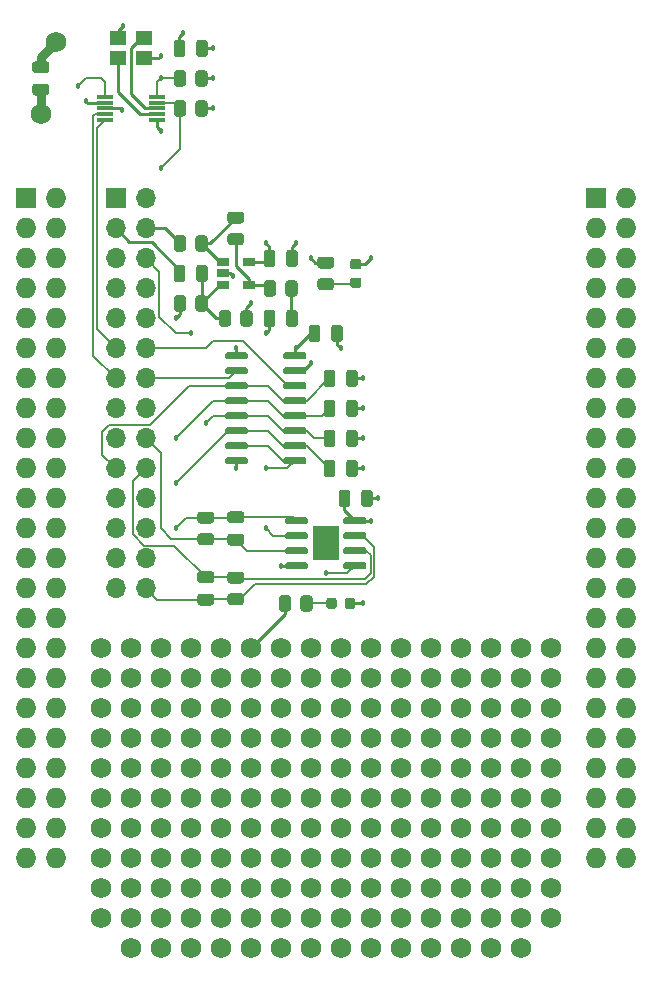
<source format=gbr>
%TF.GenerationSoftware,KiCad,Pcbnew,5.1.9-73d0e3b20d~88~ubuntu18.04.1*%
%TF.CreationDate,2021-02-18T19:04:08+11:00*%
%TF.ProjectId,bbb,6262622e-6b69-4636-9164-5f7063625858,rev?*%
%TF.SameCoordinates,Original*%
%TF.FileFunction,Copper,L1,Top*%
%TF.FilePolarity,Positive*%
%FSLAX46Y46*%
G04 Gerber Fmt 4.6, Leading zero omitted, Abs format (unit mm)*
G04 Created by KiCad (PCBNEW 5.1.9-73d0e3b20d~88~ubuntu18.04.1) date 2021-02-18 19:04:08*
%MOMM*%
%LPD*%
G01*
G04 APERTURE LIST*
%TA.AperFunction,SMDPad,CuDef*%
%ADD10R,1.060000X0.650000*%
%TD*%
%TA.AperFunction,SMDPad,CuDef*%
%ADD11R,1.400000X0.300000*%
%TD*%
%TA.AperFunction,SMDPad,CuDef*%
%ADD12R,1.400000X1.200000*%
%TD*%
%TA.AperFunction,ComponentPad*%
%ADD13R,1.727200X1.727200*%
%TD*%
%TA.AperFunction,ComponentPad*%
%ADD14O,1.727200X1.727200*%
%TD*%
%TA.AperFunction,SMDPad,CuDef*%
%ADD15R,2.290000X3.000000*%
%TD*%
%TA.AperFunction,ComponentPad*%
%ADD16R,1.700000X1.700000*%
%TD*%
%TA.AperFunction,ComponentPad*%
%ADD17O,1.700000X1.700000*%
%TD*%
%TA.AperFunction,ViaPad*%
%ADD18C,1.727200*%
%TD*%
%TA.AperFunction,ViaPad*%
%ADD19C,0.457200*%
%TD*%
%TA.AperFunction,Conductor*%
%ADD20C,0.254000*%
%TD*%
%TA.AperFunction,Conductor*%
%ADD21C,0.762000*%
%TD*%
%TA.AperFunction,Conductor*%
%ADD22C,0.127000*%
%TD*%
%TA.AperFunction,Conductor*%
%ADD23C,0.250000*%
%TD*%
G04 APERTURE END LIST*
%TO.P,C13,2*%
%TO.N,GND*%
%TA.AperFunction,SMDPad,CuDef*%
G36*
G01*
X117165100Y-52672400D02*
X118115100Y-52672400D01*
G75*
G02*
X118365100Y-52922400I0J-250000D01*
G01*
X118365100Y-53422400D01*
G75*
G02*
X118115100Y-53672400I-250000J0D01*
G01*
X117165100Y-53672400D01*
G75*
G02*
X116915100Y-53422400I0J250000D01*
G01*
X116915100Y-52922400D01*
G75*
G02*
X117165100Y-52672400I250000J0D01*
G01*
G37*
%TD.AperFunction*%
%TO.P,C13,1*%
%TO.N,+3V3*%
%TA.AperFunction,SMDPad,CuDef*%
G36*
G01*
X117165100Y-50772400D02*
X118115100Y-50772400D01*
G75*
G02*
X118365100Y-51022400I0J-250000D01*
G01*
X118365100Y-51522400D01*
G75*
G02*
X118115100Y-51772400I-250000J0D01*
G01*
X117165100Y-51772400D01*
G75*
G02*
X116915100Y-51522400I0J250000D01*
G01*
X116915100Y-51022400D01*
G75*
G02*
X117165100Y-50772400I250000J0D01*
G01*
G37*
%TD.AperFunction*%
%TD*%
%TO.P,R11,2*%
%TO.N,Net-(D2-Pad2)*%
%TA.AperFunction,SMDPad,CuDef*%
G36*
G01*
X139630100Y-97122402D02*
X139630100Y-96222398D01*
G75*
G02*
X139880098Y-95972400I249998J0D01*
G01*
X140405102Y-95972400D01*
G75*
G02*
X140655100Y-96222398I0J-249998D01*
G01*
X140655100Y-97122402D01*
G75*
G02*
X140405102Y-97372400I-249998J0D01*
G01*
X139880098Y-97372400D01*
G75*
G02*
X139630100Y-97122402I0J249998D01*
G01*
G37*
%TD.AperFunction*%
%TO.P,R11,1*%
%TO.N,LED_IN*%
%TA.AperFunction,SMDPad,CuDef*%
G36*
G01*
X137805100Y-97122402D02*
X137805100Y-96222398D01*
G75*
G02*
X138055098Y-95972400I249998J0D01*
G01*
X138580102Y-95972400D01*
G75*
G02*
X138830100Y-96222398I0J-249998D01*
G01*
X138830100Y-97122402D01*
G75*
G02*
X138580102Y-97372400I-249998J0D01*
G01*
X138055098Y-97372400D01*
G75*
G02*
X137805100Y-97122402I0J249998D01*
G01*
G37*
%TD.AperFunction*%
%TD*%
%TO.P,R10,2*%
%TO.N,Net-(D1-Pad2)*%
%TA.AperFunction,SMDPad,CuDef*%
G36*
G01*
X141320098Y-69132400D02*
X142220102Y-69132400D01*
G75*
G02*
X142470100Y-69382398I0J-249998D01*
G01*
X142470100Y-69907402D01*
G75*
G02*
X142220102Y-70157400I-249998J0D01*
G01*
X141320098Y-70157400D01*
G75*
G02*
X141070100Y-69907402I0J249998D01*
G01*
X141070100Y-69382398D01*
G75*
G02*
X141320098Y-69132400I249998J0D01*
G01*
G37*
%TD.AperFunction*%
%TO.P,R10,1*%
%TO.N,+3V3*%
%TA.AperFunction,SMDPad,CuDef*%
G36*
G01*
X141320098Y-67307400D02*
X142220102Y-67307400D01*
G75*
G02*
X142470100Y-67557398I0J-249998D01*
G01*
X142470100Y-68082402D01*
G75*
G02*
X142220102Y-68332400I-249998J0D01*
G01*
X141320098Y-68332400D01*
G75*
G02*
X141070100Y-68082402I0J249998D01*
G01*
X141070100Y-67557398D01*
G75*
G02*
X141320098Y-67307400I249998J0D01*
G01*
G37*
%TD.AperFunction*%
%TD*%
%TO.P,D2,2*%
%TO.N,Net-(D2-Pad2)*%
%TA.AperFunction,SMDPad,CuDef*%
G36*
G01*
X142690100Y-96416150D02*
X142690100Y-96928650D01*
G75*
G02*
X142471350Y-97147400I-218750J0D01*
G01*
X142033850Y-97147400D01*
G75*
G02*
X141815100Y-96928650I0J218750D01*
G01*
X141815100Y-96416150D01*
G75*
G02*
X142033850Y-96197400I218750J0D01*
G01*
X142471350Y-96197400D01*
G75*
G02*
X142690100Y-96416150I0J-218750D01*
G01*
G37*
%TD.AperFunction*%
%TO.P,D2,1*%
%TO.N,GND*%
%TA.AperFunction,SMDPad,CuDef*%
G36*
G01*
X144265100Y-96416150D02*
X144265100Y-96928650D01*
G75*
G02*
X144046350Y-97147400I-218750J0D01*
G01*
X143608850Y-97147400D01*
G75*
G02*
X143390100Y-96928650I0J218750D01*
G01*
X143390100Y-96416150D01*
G75*
G02*
X143608850Y-96197400I218750J0D01*
G01*
X144046350Y-96197400D01*
G75*
G02*
X144265100Y-96416150I0J-218750D01*
G01*
G37*
%TD.AperFunction*%
%TD*%
%TO.P,D1,2*%
%TO.N,Net-(D1-Pad2)*%
%TA.AperFunction,SMDPad,CuDef*%
G36*
G01*
X144053850Y-69082400D02*
X144566350Y-69082400D01*
G75*
G02*
X144785100Y-69301150I0J-218750D01*
G01*
X144785100Y-69738650D01*
G75*
G02*
X144566350Y-69957400I-218750J0D01*
G01*
X144053850Y-69957400D01*
G75*
G02*
X143835100Y-69738650I0J218750D01*
G01*
X143835100Y-69301150D01*
G75*
G02*
X144053850Y-69082400I218750J0D01*
G01*
G37*
%TD.AperFunction*%
%TO.P,D1,1*%
%TO.N,GND*%
%TA.AperFunction,SMDPad,CuDef*%
G36*
G01*
X144053850Y-67507400D02*
X144566350Y-67507400D01*
G75*
G02*
X144785100Y-67726150I0J-218750D01*
G01*
X144785100Y-68163650D01*
G75*
G02*
X144566350Y-68382400I-218750J0D01*
G01*
X144053850Y-68382400D01*
G75*
G02*
X143835100Y-68163650I0J218750D01*
G01*
X143835100Y-67726150D01*
G75*
G02*
X144053850Y-67507400I218750J0D01*
G01*
G37*
%TD.AperFunction*%
%TD*%
D10*
%TO.P,U1,5*%
%TO.N,+3V3*%
X135250100Y-67782400D03*
%TO.P,U1,4*%
%TO.N,Net-(R2-Pad1)*%
X135250100Y-69682400D03*
%TO.P,U1,3*%
%TO.N,Net-(C2-Pad2)*%
X133050100Y-69682400D03*
%TO.P,U1,2*%
%TO.N,GND*%
X133050100Y-68732400D03*
%TO.P,U1,1*%
%TO.N,Net-(R4-Pad1)*%
X133050100Y-67782400D03*
%TD*%
%TO.P,C2,2*%
%TO.N,Net-(C2-Pad2)*%
%TA.AperFunction,SMDPad,CuDef*%
G36*
G01*
X130790100Y-69207400D02*
X130790100Y-68257400D01*
G75*
G02*
X131040100Y-68007400I250000J0D01*
G01*
X131540100Y-68007400D01*
G75*
G02*
X131790100Y-68257400I0J-250000D01*
G01*
X131790100Y-69207400D01*
G75*
G02*
X131540100Y-69457400I-250000J0D01*
G01*
X131040100Y-69457400D01*
G75*
G02*
X130790100Y-69207400I0J250000D01*
G01*
G37*
%TD.AperFunction*%
%TO.P,C2,1*%
%TO.N,RFIN*%
%TA.AperFunction,SMDPad,CuDef*%
G36*
G01*
X128890100Y-69207400D02*
X128890100Y-68257400D01*
G75*
G02*
X129140100Y-68007400I250000J0D01*
G01*
X129640100Y-68007400D01*
G75*
G02*
X129890100Y-68257400I0J-250000D01*
G01*
X129890100Y-69207400D01*
G75*
G02*
X129640100Y-69457400I-250000J0D01*
G01*
X129140100Y-69457400D01*
G75*
G02*
X128890100Y-69207400I0J250000D01*
G01*
G37*
%TD.AperFunction*%
%TD*%
%TO.P,C1,2*%
%TO.N,Net-(C1-Pad2)*%
%TA.AperFunction,SMDPad,CuDef*%
G36*
G01*
X138410100Y-73017400D02*
X138410100Y-72067400D01*
G75*
G02*
X138660100Y-71817400I250000J0D01*
G01*
X139160100Y-71817400D01*
G75*
G02*
X139410100Y-72067400I0J-250000D01*
G01*
X139410100Y-73017400D01*
G75*
G02*
X139160100Y-73267400I-250000J0D01*
G01*
X138660100Y-73267400D01*
G75*
G02*
X138410100Y-73017400I0J250000D01*
G01*
G37*
%TD.AperFunction*%
%TO.P,C1,1*%
%TO.N,GND*%
%TA.AperFunction,SMDPad,CuDef*%
G36*
G01*
X136510100Y-73017400D02*
X136510100Y-72067400D01*
G75*
G02*
X136760100Y-71817400I250000J0D01*
G01*
X137260100Y-71817400D01*
G75*
G02*
X137510100Y-72067400I0J-250000D01*
G01*
X137510100Y-73017400D01*
G75*
G02*
X137260100Y-73267400I-250000J0D01*
G01*
X136760100Y-73267400D01*
G75*
G02*
X136510100Y-73017400I0J250000D01*
G01*
G37*
%TD.AperFunction*%
%TD*%
D11*
%TO.P,U2,1*%
%TO.N,+3V3*%
X127460100Y-55762400D03*
%TO.P,U2,2*%
%TO.N,Net-(U2-Pad2)*%
X127460100Y-55262400D03*
%TO.P,U2,3*%
%TO.N,Net-(U2-Pad3)*%
X127460100Y-54762400D03*
%TO.P,U2,4*%
%TO.N,I2C_SCL*%
X127460100Y-54262400D03*
%TO.P,U2,5*%
%TO.N,I2C_SDA*%
X127460100Y-53762400D03*
%TO.P,U2,6*%
%TO.N,CLK2*%
X123060100Y-53762400D03*
%TO.P,U2,7*%
%TO.N,+3V3*%
X123060100Y-54262400D03*
%TO.P,U2,8*%
%TO.N,GND*%
X123060100Y-54762400D03*
%TO.P,U2,9*%
%TO.N,CLK1*%
X123060100Y-55262400D03*
%TO.P,U2,10*%
%TO.N,CLK0*%
X123060100Y-55762400D03*
%TD*%
D12*
%TO.P,Y1,4*%
%TO.N,GND*%
X124160100Y-48832400D03*
%TO.P,Y1,3*%
%TO.N,Net-(U2-Pad3)*%
X126360100Y-48832400D03*
%TO.P,Y1,2*%
%TO.N,GND*%
X126360100Y-50532400D03*
%TO.P,Y1,1*%
%TO.N,Net-(U2-Pad2)*%
X124160100Y-50532400D03*
%TD*%
D13*
%TO.P,P1,1*%
%TO.N,GND*%
X164630100Y-62382400D03*
D14*
%TO.P,P1,2*%
X167170100Y-62382400D03*
%TO.P,P1,3*%
%TO.N,Net-(P1-Pad3)*%
X164630100Y-64922400D03*
%TO.P,P1,4*%
%TO.N,Net-(P1-Pad4)*%
X167170100Y-64922400D03*
%TO.P,P1,5*%
%TO.N,Net-(P1-Pad5)*%
X164630100Y-67462400D03*
%TO.P,P1,6*%
%TO.N,Net-(P1-Pad6)*%
X167170100Y-67462400D03*
%TO.P,P1,7*%
%TO.N,Net-(P1-Pad7)*%
X164630100Y-70002400D03*
%TO.P,P1,8*%
%TO.N,Net-(P1-Pad8)*%
X167170100Y-70002400D03*
%TO.P,P1,9*%
%TO.N,Net-(P1-Pad9)*%
X164630100Y-72542400D03*
%TO.P,P1,10*%
%TO.N,Net-(P1-Pad10)*%
X167170100Y-72542400D03*
%TO.P,P1,11*%
%TO.N,Net-(P1-Pad11)*%
X164630100Y-75082400D03*
%TO.P,P1,12*%
%TO.N,Net-(P1-Pad12)*%
X167170100Y-75082400D03*
%TO.P,P1,13*%
%TO.N,Net-(P1-Pad13)*%
X164630100Y-77622400D03*
%TO.P,P1,14*%
%TO.N,Net-(P1-Pad14)*%
X167170100Y-77622400D03*
%TO.P,P1,15*%
%TO.N,Net-(P1-Pad15)*%
X164630100Y-80162400D03*
%TO.P,P1,16*%
%TO.N,Net-(P1-Pad16)*%
X167170100Y-80162400D03*
%TO.P,P1,17*%
%TO.N,Net-(P1-Pad17)*%
X164630100Y-82702400D03*
%TO.P,P1,18*%
%TO.N,Net-(P1-Pad18)*%
X167170100Y-82702400D03*
%TO.P,P1,19*%
%TO.N,Net-(P1-Pad19)*%
X164630100Y-85242400D03*
%TO.P,P1,20*%
%TO.N,Net-(P1-Pad20)*%
X167170100Y-85242400D03*
%TO.P,P1,21*%
%TO.N,Net-(P1-Pad21)*%
X164630100Y-87782400D03*
%TO.P,P1,22*%
%TO.N,Net-(P1-Pad22)*%
X167170100Y-87782400D03*
%TO.P,P1,23*%
%TO.N,Net-(P1-Pad23)*%
X164630100Y-90322400D03*
%TO.P,P1,24*%
%TO.N,Net-(P1-Pad24)*%
X167170100Y-90322400D03*
%TO.P,P1,25*%
%TO.N,Net-(P1-Pad25)*%
X164630100Y-92862400D03*
%TO.P,P1,26*%
%TO.N,Net-(P1-Pad26)*%
X167170100Y-92862400D03*
%TO.P,P1,27*%
%TO.N,Net-(P1-Pad27)*%
X164630100Y-95402400D03*
%TO.P,P1,28*%
%TO.N,Net-(P1-Pad28)*%
X167170100Y-95402400D03*
%TO.P,P1,29*%
%TO.N,Net-(P1-Pad29)*%
X164630100Y-97942400D03*
%TO.P,P1,30*%
%TO.N,Net-(P1-Pad30)*%
X167170100Y-97942400D03*
%TO.P,P1,31*%
%TO.N,Net-(P1-Pad31)*%
X164630100Y-100482400D03*
%TO.P,P1,32*%
%TO.N,Net-(P1-Pad32)*%
X167170100Y-100482400D03*
%TO.P,P1,33*%
%TO.N,Net-(P1-Pad33)*%
X164630100Y-103022400D03*
%TO.P,P1,34*%
%TO.N,Net-(P1-Pad34)*%
X167170100Y-103022400D03*
%TO.P,P1,35*%
%TO.N,Net-(P1-Pad35)*%
X164630100Y-105562400D03*
%TO.P,P1,36*%
%TO.N,Net-(P1-Pad36)*%
X167170100Y-105562400D03*
%TO.P,P1,37*%
%TO.N,Net-(P1-Pad37)*%
X164630100Y-108102400D03*
%TO.P,P1,38*%
%TO.N,Net-(P1-Pad38)*%
X167170100Y-108102400D03*
%TO.P,P1,39*%
%TO.N,Net-(P1-Pad39)*%
X164630100Y-110642400D03*
%TO.P,P1,40*%
%TO.N,Net-(P1-Pad40)*%
X167170100Y-110642400D03*
%TO.P,P1,41*%
%TO.N,Net-(P1-Pad41)*%
X164630100Y-113182400D03*
%TO.P,P1,42*%
%TO.N,Net-(P1-Pad42)*%
X167170100Y-113182400D03*
%TO.P,P1,43*%
%TO.N,Net-(P1-Pad43)*%
X164630100Y-115722400D03*
%TO.P,P1,44*%
%TO.N,Net-(P1-Pad44)*%
X167170100Y-115722400D03*
%TO.P,P1,45*%
%TO.N,Net-(P1-Pad45)*%
X164630100Y-118262400D03*
%TO.P,P1,46*%
%TO.N,Net-(P1-Pad46)*%
X167170100Y-118262400D03*
%TD*%
D13*
%TO.P,P2,1*%
%TO.N,GND*%
X116370100Y-62382400D03*
D14*
%TO.P,P2,2*%
X118910100Y-62382400D03*
%TO.P,P2,3*%
%TO.N,+3V3*%
X116370100Y-64922400D03*
%TO.P,P2,4*%
X118910100Y-64922400D03*
%TO.P,P2,5*%
%TO.N,+5V*%
X116370100Y-67462400D03*
%TO.P,P2,6*%
X118910100Y-67462400D03*
%TO.P,P2,7*%
%TO.N,SYS_5V*%
X116370100Y-70002400D03*
%TO.P,P2,8*%
X118910100Y-70002400D03*
%TO.P,P2,9*%
%TO.N,PWR_BUT*%
X116370100Y-72542400D03*
%TO.P,P2,10*%
%TO.N,SYS_RESETN*%
X118910100Y-72542400D03*
%TO.P,P2,11*%
%TO.N,Net-(P2-Pad11)*%
X116370100Y-75082400D03*
%TO.P,P2,12*%
%TO.N,Net-(P2-Pad12)*%
X118910100Y-75082400D03*
%TO.P,P2,13*%
%TO.N,Net-(P2-Pad13)*%
X116370100Y-77622400D03*
%TO.P,P2,14*%
%TO.N,Net-(P2-Pad14)*%
X118910100Y-77622400D03*
%TO.P,P2,15*%
%TO.N,Net-(P2-Pad15)*%
X116370100Y-80162400D03*
%TO.P,P2,16*%
%TO.N,Net-(P2-Pad16)*%
X118910100Y-80162400D03*
%TO.P,P2,17*%
%TO.N,Net-(P2-Pad17)*%
X116370100Y-82702400D03*
%TO.P,P2,18*%
%TO.N,Net-(P2-Pad18)*%
X118910100Y-82702400D03*
%TO.P,P2,19*%
%TO.N,Net-(P2-Pad19)*%
X116370100Y-85242400D03*
%TO.P,P2,20*%
%TO.N,Net-(P2-Pad20)*%
X118910100Y-85242400D03*
%TO.P,P2,21*%
%TO.N,Net-(P2-Pad21)*%
X116370100Y-87782400D03*
%TO.P,P2,22*%
%TO.N,Net-(P2-Pad22)*%
X118910100Y-87782400D03*
%TO.P,P2,23*%
%TO.N,Net-(P2-Pad23)*%
X116370100Y-90322400D03*
%TO.P,P2,24*%
%TO.N,Net-(P2-Pad24)*%
X118910100Y-90322400D03*
%TO.P,P2,25*%
%TO.N,Net-(P2-Pad25)*%
X116370100Y-92862400D03*
%TO.P,P2,26*%
%TO.N,Net-(P2-Pad26)*%
X118910100Y-92862400D03*
%TO.P,P2,27*%
%TO.N,Net-(P2-Pad27)*%
X116370100Y-95402400D03*
%TO.P,P2,28*%
%TO.N,Net-(P2-Pad28)*%
X118910100Y-95402400D03*
%TO.P,P2,29*%
%TO.N,Net-(P2-Pad29)*%
X116370100Y-97942400D03*
%TO.P,P2,30*%
%TO.N,Net-(P2-Pad30)*%
X118910100Y-97942400D03*
%TO.P,P2,31*%
%TO.N,Net-(P2-Pad31)*%
X116370100Y-100482400D03*
%TO.P,P2,32*%
%TO.N,VDD_ADC*%
X118910100Y-100482400D03*
%TO.P,P2,33*%
%TO.N,Net-(P2-Pad33)*%
X116370100Y-103022400D03*
%TO.P,P2,34*%
%TO.N,GNDA_ADC*%
X118910100Y-103022400D03*
%TO.P,P2,35*%
%TO.N,Net-(P2-Pad35)*%
X116370100Y-105562400D03*
%TO.P,P2,36*%
%TO.N,Net-(P2-Pad36)*%
X118910100Y-105562400D03*
%TO.P,P2,37*%
%TO.N,Net-(P2-Pad37)*%
X116370100Y-108102400D03*
%TO.P,P2,38*%
%TO.N,Net-(P2-Pad38)*%
X118910100Y-108102400D03*
%TO.P,P2,39*%
%TO.N,Net-(P2-Pad39)*%
X116370100Y-110642400D03*
%TO.P,P2,40*%
%TO.N,Net-(P2-Pad40)*%
X118910100Y-110642400D03*
%TO.P,P2,41*%
%TO.N,Net-(P2-Pad41)*%
X116370100Y-113182400D03*
%TO.P,P2,42*%
%TO.N,Net-(P2-Pad42)*%
X118910100Y-113182400D03*
%TO.P,P2,43*%
%TO.N,GND*%
X116370100Y-115722400D03*
%TO.P,P2,44*%
X118910100Y-115722400D03*
%TO.P,P2,45*%
X116370100Y-118262400D03*
%TO.P,P2,46*%
X118910100Y-118262400D03*
%TD*%
%TO.P,C3,1*%
%TO.N,GND*%
%TA.AperFunction,SMDPad,CuDef*%
G36*
G01*
X139410100Y-66987400D02*
X139410100Y-67937400D01*
G75*
G02*
X139160100Y-68187400I-250000J0D01*
G01*
X138660100Y-68187400D01*
G75*
G02*
X138410100Y-67937400I0J250000D01*
G01*
X138410100Y-66987400D01*
G75*
G02*
X138660100Y-66737400I250000J0D01*
G01*
X139160100Y-66737400D01*
G75*
G02*
X139410100Y-66987400I0J-250000D01*
G01*
G37*
%TD.AperFunction*%
%TO.P,C3,2*%
%TO.N,+3V3*%
%TA.AperFunction,SMDPad,CuDef*%
G36*
G01*
X137510100Y-66987400D02*
X137510100Y-67937400D01*
G75*
G02*
X137260100Y-68187400I-250000J0D01*
G01*
X136760100Y-68187400D01*
G75*
G02*
X136510100Y-67937400I0J250000D01*
G01*
X136510100Y-66987400D01*
G75*
G02*
X136760100Y-66737400I250000J0D01*
G01*
X137260100Y-66737400D01*
G75*
G02*
X137510100Y-66987400I0J-250000D01*
G01*
G37*
%TD.AperFunction*%
%TD*%
%TO.P,C4,1*%
%TO.N,+3V3*%
%TA.AperFunction,SMDPad,CuDef*%
G36*
G01*
X131790100Y-49207400D02*
X131790100Y-50157400D01*
G75*
G02*
X131540100Y-50407400I-250000J0D01*
G01*
X131040100Y-50407400D01*
G75*
G02*
X130790100Y-50157400I0J250000D01*
G01*
X130790100Y-49207400D01*
G75*
G02*
X131040100Y-48957400I250000J0D01*
G01*
X131540100Y-48957400D01*
G75*
G02*
X131790100Y-49207400I0J-250000D01*
G01*
G37*
%TD.AperFunction*%
%TO.P,C4,2*%
%TO.N,GND*%
%TA.AperFunction,SMDPad,CuDef*%
G36*
G01*
X129890100Y-49207400D02*
X129890100Y-50157400D01*
G75*
G02*
X129640100Y-50407400I-250000J0D01*
G01*
X129140100Y-50407400D01*
G75*
G02*
X128890100Y-50157400I0J250000D01*
G01*
X128890100Y-49207400D01*
G75*
G02*
X129140100Y-48957400I250000J0D01*
G01*
X129640100Y-48957400D01*
G75*
G02*
X129890100Y-49207400I0J-250000D01*
G01*
G37*
%TD.AperFunction*%
%TD*%
%TO.P,C5,2*%
%TO.N,GND*%
%TA.AperFunction,SMDPad,CuDef*%
G36*
G01*
X142220100Y-74287400D02*
X142220100Y-73337400D01*
G75*
G02*
X142470100Y-73087400I250000J0D01*
G01*
X142970100Y-73087400D01*
G75*
G02*
X143220100Y-73337400I0J-250000D01*
G01*
X143220100Y-74287400D01*
G75*
G02*
X142970100Y-74537400I-250000J0D01*
G01*
X142470100Y-74537400D01*
G75*
G02*
X142220100Y-74287400I0J250000D01*
G01*
G37*
%TD.AperFunction*%
%TO.P,C5,1*%
%TO.N,+3V3*%
%TA.AperFunction,SMDPad,CuDef*%
G36*
G01*
X140320100Y-74287400D02*
X140320100Y-73337400D01*
G75*
G02*
X140570100Y-73087400I250000J0D01*
G01*
X141070100Y-73087400D01*
G75*
G02*
X141320100Y-73337400I0J-250000D01*
G01*
X141320100Y-74287400D01*
G75*
G02*
X141070100Y-74537400I-250000J0D01*
G01*
X140570100Y-74537400D01*
G75*
G02*
X140320100Y-74287400I0J250000D01*
G01*
G37*
%TD.AperFunction*%
%TD*%
%TO.P,C6,2*%
%TO.N,GND*%
%TA.AperFunction,SMDPad,CuDef*%
G36*
G01*
X143490100Y-80637400D02*
X143490100Y-79687400D01*
G75*
G02*
X143740100Y-79437400I250000J0D01*
G01*
X144240100Y-79437400D01*
G75*
G02*
X144490100Y-79687400I0J-250000D01*
G01*
X144490100Y-80637400D01*
G75*
G02*
X144240100Y-80887400I-250000J0D01*
G01*
X143740100Y-80887400D01*
G75*
G02*
X143490100Y-80637400I0J250000D01*
G01*
G37*
%TD.AperFunction*%
%TO.P,C6,1*%
%TO.N,MIXQ-*%
%TA.AperFunction,SMDPad,CuDef*%
G36*
G01*
X141590100Y-80637400D02*
X141590100Y-79687400D01*
G75*
G02*
X141840100Y-79437400I250000J0D01*
G01*
X142340100Y-79437400D01*
G75*
G02*
X142590100Y-79687400I0J-250000D01*
G01*
X142590100Y-80637400D01*
G75*
G02*
X142340100Y-80887400I-250000J0D01*
G01*
X141840100Y-80887400D01*
G75*
G02*
X141590100Y-80637400I0J250000D01*
G01*
G37*
%TD.AperFunction*%
%TD*%
%TO.P,C7,1*%
%TO.N,MIXI+*%
%TA.AperFunction,SMDPad,CuDef*%
G36*
G01*
X141590100Y-83177400D02*
X141590100Y-82227400D01*
G75*
G02*
X141840100Y-81977400I250000J0D01*
G01*
X142340100Y-81977400D01*
G75*
G02*
X142590100Y-82227400I0J-250000D01*
G01*
X142590100Y-83177400D01*
G75*
G02*
X142340100Y-83427400I-250000J0D01*
G01*
X141840100Y-83427400D01*
G75*
G02*
X141590100Y-83177400I0J250000D01*
G01*
G37*
%TD.AperFunction*%
%TO.P,C7,2*%
%TO.N,GND*%
%TA.AperFunction,SMDPad,CuDef*%
G36*
G01*
X143490100Y-83177400D02*
X143490100Y-82227400D01*
G75*
G02*
X143740100Y-81977400I250000J0D01*
G01*
X144240100Y-81977400D01*
G75*
G02*
X144490100Y-82227400I0J-250000D01*
G01*
X144490100Y-83177400D01*
G75*
G02*
X144240100Y-83427400I-250000J0D01*
G01*
X143740100Y-83427400D01*
G75*
G02*
X143490100Y-83177400I0J250000D01*
G01*
G37*
%TD.AperFunction*%
%TD*%
%TO.P,C8,2*%
%TO.N,GND*%
%TA.AperFunction,SMDPad,CuDef*%
G36*
G01*
X143490100Y-85717400D02*
X143490100Y-84767400D01*
G75*
G02*
X143740100Y-84517400I250000J0D01*
G01*
X144240100Y-84517400D01*
G75*
G02*
X144490100Y-84767400I0J-250000D01*
G01*
X144490100Y-85717400D01*
G75*
G02*
X144240100Y-85967400I-250000J0D01*
G01*
X143740100Y-85967400D01*
G75*
G02*
X143490100Y-85717400I0J250000D01*
G01*
G37*
%TD.AperFunction*%
%TO.P,C8,1*%
%TO.N,MIXQ+*%
%TA.AperFunction,SMDPad,CuDef*%
G36*
G01*
X141590100Y-85717400D02*
X141590100Y-84767400D01*
G75*
G02*
X141840100Y-84517400I250000J0D01*
G01*
X142340100Y-84517400D01*
G75*
G02*
X142590100Y-84767400I0J-250000D01*
G01*
X142590100Y-85717400D01*
G75*
G02*
X142340100Y-85967400I-250000J0D01*
G01*
X141840100Y-85967400D01*
G75*
G02*
X141590100Y-85717400I0J250000D01*
G01*
G37*
%TD.AperFunction*%
%TD*%
%TO.P,C9,2*%
%TO.N,GND*%
%TA.AperFunction,SMDPad,CuDef*%
G36*
G01*
X144760100Y-88257400D02*
X144760100Y-87307400D01*
G75*
G02*
X145010100Y-87057400I250000J0D01*
G01*
X145510100Y-87057400D01*
G75*
G02*
X145760100Y-87307400I0J-250000D01*
G01*
X145760100Y-88257400D01*
G75*
G02*
X145510100Y-88507400I-250000J0D01*
G01*
X145010100Y-88507400D01*
G75*
G02*
X144760100Y-88257400I0J250000D01*
G01*
G37*
%TD.AperFunction*%
%TO.P,C9,1*%
%TO.N,+3V3*%
%TA.AperFunction,SMDPad,CuDef*%
G36*
G01*
X142860100Y-88257400D02*
X142860100Y-87307400D01*
G75*
G02*
X143110100Y-87057400I250000J0D01*
G01*
X143610100Y-87057400D01*
G75*
G02*
X143860100Y-87307400I0J-250000D01*
G01*
X143860100Y-88257400D01*
G75*
G02*
X143610100Y-88507400I-250000J0D01*
G01*
X143110100Y-88507400D01*
G75*
G02*
X142860100Y-88257400I0J250000D01*
G01*
G37*
%TD.AperFunction*%
%TD*%
%TO.P,C10,1*%
%TO.N,MIXI-*%
%TA.AperFunction,SMDPad,CuDef*%
G36*
G01*
X141590100Y-78097400D02*
X141590100Y-77147400D01*
G75*
G02*
X141840100Y-76897400I250000J0D01*
G01*
X142340100Y-76897400D01*
G75*
G02*
X142590100Y-77147400I0J-250000D01*
G01*
X142590100Y-78097400D01*
G75*
G02*
X142340100Y-78347400I-250000J0D01*
G01*
X141840100Y-78347400D01*
G75*
G02*
X141590100Y-78097400I0J250000D01*
G01*
G37*
%TD.AperFunction*%
%TO.P,C10,2*%
%TO.N,GND*%
%TA.AperFunction,SMDPad,CuDef*%
G36*
G01*
X143490100Y-78097400D02*
X143490100Y-77147400D01*
G75*
G02*
X143740100Y-76897400I250000J0D01*
G01*
X144240100Y-76897400D01*
G75*
G02*
X144490100Y-77147400I0J-250000D01*
G01*
X144490100Y-78097400D01*
G75*
G02*
X144240100Y-78347400I-250000J0D01*
G01*
X143740100Y-78347400D01*
G75*
G02*
X143490100Y-78097400I0J250000D01*
G01*
G37*
%TD.AperFunction*%
%TD*%
%TO.P,C11,2*%
%TO.N,I+*%
%TA.AperFunction,SMDPad,CuDef*%
G36*
G01*
X133675100Y-90772400D02*
X134625100Y-90772400D01*
G75*
G02*
X134875100Y-91022400I0J-250000D01*
G01*
X134875100Y-91522400D01*
G75*
G02*
X134625100Y-91772400I-250000J0D01*
G01*
X133675100Y-91772400D01*
G75*
G02*
X133425100Y-91522400I0J250000D01*
G01*
X133425100Y-91022400D01*
G75*
G02*
X133675100Y-90772400I250000J0D01*
G01*
G37*
%TD.AperFunction*%
%TO.P,C11,1*%
%TO.N,Iout*%
%TA.AperFunction,SMDPad,CuDef*%
G36*
G01*
X133675100Y-88872400D02*
X134625100Y-88872400D01*
G75*
G02*
X134875100Y-89122400I0J-250000D01*
G01*
X134875100Y-89622400D01*
G75*
G02*
X134625100Y-89872400I-250000J0D01*
G01*
X133675100Y-89872400D01*
G75*
G02*
X133425100Y-89622400I0J250000D01*
G01*
X133425100Y-89122400D01*
G75*
G02*
X133675100Y-88872400I250000J0D01*
G01*
G37*
%TD.AperFunction*%
%TD*%
%TO.P,C12,1*%
%TO.N,Qout*%
%TA.AperFunction,SMDPad,CuDef*%
G36*
G01*
X132085100Y-96852400D02*
X131135100Y-96852400D01*
G75*
G02*
X130885100Y-96602400I0J250000D01*
G01*
X130885100Y-96102400D01*
G75*
G02*
X131135100Y-95852400I250000J0D01*
G01*
X132085100Y-95852400D01*
G75*
G02*
X132335100Y-96102400I0J-250000D01*
G01*
X132335100Y-96602400D01*
G75*
G02*
X132085100Y-96852400I-250000J0D01*
G01*
G37*
%TD.AperFunction*%
%TO.P,C12,2*%
%TO.N,I-*%
%TA.AperFunction,SMDPad,CuDef*%
G36*
G01*
X132085100Y-94952400D02*
X131135100Y-94952400D01*
G75*
G02*
X130885100Y-94702400I0J250000D01*
G01*
X130885100Y-94202400D01*
G75*
G02*
X131135100Y-93952400I250000J0D01*
G01*
X132085100Y-93952400D01*
G75*
G02*
X132335100Y-94202400I0J-250000D01*
G01*
X132335100Y-94702400D01*
G75*
G02*
X132085100Y-94952400I-250000J0D01*
G01*
G37*
%TD.AperFunction*%
%TD*%
%TO.P,R1,1*%
%TO.N,GND*%
%TA.AperFunction,SMDPad,CuDef*%
G36*
G01*
X135575100Y-72092398D02*
X135575100Y-72992402D01*
G75*
G02*
X135325102Y-73242400I-249998J0D01*
G01*
X134800098Y-73242400D01*
G75*
G02*
X134550100Y-72992402I0J249998D01*
G01*
X134550100Y-72092398D01*
G75*
G02*
X134800098Y-71842400I249998J0D01*
G01*
X135325102Y-71842400D01*
G75*
G02*
X135575100Y-72092398I0J-249998D01*
G01*
G37*
%TD.AperFunction*%
%TO.P,R1,2*%
%TO.N,Net-(C2-Pad2)*%
%TA.AperFunction,SMDPad,CuDef*%
G36*
G01*
X133750100Y-72092398D02*
X133750100Y-72992402D01*
G75*
G02*
X133500102Y-73242400I-249998J0D01*
G01*
X132975098Y-73242400D01*
G75*
G02*
X132725100Y-72992402I0J249998D01*
G01*
X132725100Y-72092398D01*
G75*
G02*
X132975098Y-71842400I249998J0D01*
G01*
X133500102Y-71842400D01*
G75*
G02*
X133750100Y-72092398I0J-249998D01*
G01*
G37*
%TD.AperFunction*%
%TD*%
%TO.P,R2,1*%
%TO.N,Net-(R2-Pad1)*%
%TA.AperFunction,SMDPad,CuDef*%
G36*
G01*
X136535100Y-70452402D02*
X136535100Y-69552398D01*
G75*
G02*
X136785098Y-69302400I249998J0D01*
G01*
X137310102Y-69302400D01*
G75*
G02*
X137560100Y-69552398I0J-249998D01*
G01*
X137560100Y-70452402D01*
G75*
G02*
X137310102Y-70702400I-249998J0D01*
G01*
X136785098Y-70702400D01*
G75*
G02*
X136535100Y-70452402I0J249998D01*
G01*
G37*
%TD.AperFunction*%
%TO.P,R2,2*%
%TO.N,Net-(C1-Pad2)*%
%TA.AperFunction,SMDPad,CuDef*%
G36*
G01*
X138360100Y-70452402D02*
X138360100Y-69552398D01*
G75*
G02*
X138610098Y-69302400I249998J0D01*
G01*
X139135102Y-69302400D01*
G75*
G02*
X139385100Y-69552398I0J-249998D01*
G01*
X139385100Y-70452402D01*
G75*
G02*
X139135102Y-70702400I-249998J0D01*
G01*
X138610098Y-70702400D01*
G75*
G02*
X138360100Y-70452402I0J249998D01*
G01*
G37*
%TD.AperFunction*%
%TD*%
%TO.P,R3,2*%
%TO.N,+3V3*%
%TA.AperFunction,SMDPad,CuDef*%
G36*
G01*
X129940100Y-70822398D02*
X129940100Y-71722402D01*
G75*
G02*
X129690102Y-71972400I-249998J0D01*
G01*
X129165098Y-71972400D01*
G75*
G02*
X128915100Y-71722402I0J249998D01*
G01*
X128915100Y-70822398D01*
G75*
G02*
X129165098Y-70572400I249998J0D01*
G01*
X129690102Y-70572400D01*
G75*
G02*
X129940100Y-70822398I0J-249998D01*
G01*
G37*
%TD.AperFunction*%
%TO.P,R3,1*%
%TO.N,Net-(C2-Pad2)*%
%TA.AperFunction,SMDPad,CuDef*%
G36*
G01*
X131765100Y-70822398D02*
X131765100Y-71722402D01*
G75*
G02*
X131515102Y-71972400I-249998J0D01*
G01*
X130990098Y-71972400D01*
G75*
G02*
X130740100Y-71722402I0J249998D01*
G01*
X130740100Y-70822398D01*
G75*
G02*
X130990098Y-70572400I249998J0D01*
G01*
X131515102Y-70572400D01*
G75*
G02*
X131765100Y-70822398I0J-249998D01*
G01*
G37*
%TD.AperFunction*%
%TD*%
%TO.P,R4,1*%
%TO.N,Net-(R4-Pad1)*%
%TA.AperFunction,SMDPad,CuDef*%
G36*
G01*
X133700098Y-63497400D02*
X134600102Y-63497400D01*
G75*
G02*
X134850100Y-63747398I0J-249998D01*
G01*
X134850100Y-64272402D01*
G75*
G02*
X134600102Y-64522400I-249998J0D01*
G01*
X133700098Y-64522400D01*
G75*
G02*
X133450100Y-64272402I0J249998D01*
G01*
X133450100Y-63747398D01*
G75*
G02*
X133700098Y-63497400I249998J0D01*
G01*
G37*
%TD.AperFunction*%
%TO.P,R4,2*%
%TO.N,Net-(R2-Pad1)*%
%TA.AperFunction,SMDPad,CuDef*%
G36*
G01*
X133700098Y-65322400D02*
X134600102Y-65322400D01*
G75*
G02*
X134850100Y-65572398I0J-249998D01*
G01*
X134850100Y-66097402D01*
G75*
G02*
X134600102Y-66347400I-249998J0D01*
G01*
X133700098Y-66347400D01*
G75*
G02*
X133450100Y-66097402I0J249998D01*
G01*
X133450100Y-65572398D01*
G75*
G02*
X133700098Y-65322400I249998J0D01*
G01*
G37*
%TD.AperFunction*%
%TD*%
%TO.P,R5,1*%
%TO.N,I2C_SCL*%
%TA.AperFunction,SMDPad,CuDef*%
G36*
G01*
X128915100Y-55212402D02*
X128915100Y-54312398D01*
G75*
G02*
X129165098Y-54062400I249998J0D01*
G01*
X129690102Y-54062400D01*
G75*
G02*
X129940100Y-54312398I0J-249998D01*
G01*
X129940100Y-55212402D01*
G75*
G02*
X129690102Y-55462400I-249998J0D01*
G01*
X129165098Y-55462400D01*
G75*
G02*
X128915100Y-55212402I0J249998D01*
G01*
G37*
%TD.AperFunction*%
%TO.P,R5,2*%
%TO.N,+3V3*%
%TA.AperFunction,SMDPad,CuDef*%
G36*
G01*
X130740100Y-55212402D02*
X130740100Y-54312398D01*
G75*
G02*
X130990098Y-54062400I249998J0D01*
G01*
X131515102Y-54062400D01*
G75*
G02*
X131765100Y-54312398I0J-249998D01*
G01*
X131765100Y-55212402D01*
G75*
G02*
X131515102Y-55462400I-249998J0D01*
G01*
X130990098Y-55462400D01*
G75*
G02*
X130740100Y-55212402I0J249998D01*
G01*
G37*
%TD.AperFunction*%
%TD*%
%TO.P,R6,2*%
%TO.N,+3V3*%
%TA.AperFunction,SMDPad,CuDef*%
G36*
G01*
X130740100Y-52672402D02*
X130740100Y-51772398D01*
G75*
G02*
X130990098Y-51522400I249998J0D01*
G01*
X131515102Y-51522400D01*
G75*
G02*
X131765100Y-51772398I0J-249998D01*
G01*
X131765100Y-52672402D01*
G75*
G02*
X131515102Y-52922400I-249998J0D01*
G01*
X130990098Y-52922400D01*
G75*
G02*
X130740100Y-52672402I0J249998D01*
G01*
G37*
%TD.AperFunction*%
%TO.P,R6,1*%
%TO.N,I2C_SDA*%
%TA.AperFunction,SMDPad,CuDef*%
G36*
G01*
X128915100Y-52672402D02*
X128915100Y-51772398D01*
G75*
G02*
X129165098Y-51522400I249998J0D01*
G01*
X129690102Y-51522400D01*
G75*
G02*
X129940100Y-51772398I0J-249998D01*
G01*
X129940100Y-52672402D01*
G75*
G02*
X129690102Y-52922400I-249998J0D01*
G01*
X129165098Y-52922400D01*
G75*
G02*
X128915100Y-52672402I0J249998D01*
G01*
G37*
%TD.AperFunction*%
%TD*%
%TO.P,R7,2*%
%TO.N,Net-(R4-Pad1)*%
%TA.AperFunction,SMDPad,CuDef*%
G36*
G01*
X130740100Y-66642402D02*
X130740100Y-65742398D01*
G75*
G02*
X130990098Y-65492400I249998J0D01*
G01*
X131515102Y-65492400D01*
G75*
G02*
X131765100Y-65742398I0J-249998D01*
G01*
X131765100Y-66642402D01*
G75*
G02*
X131515102Y-66892400I-249998J0D01*
G01*
X130990098Y-66892400D01*
G75*
G02*
X130740100Y-66642402I0J249998D01*
G01*
G37*
%TD.AperFunction*%
%TO.P,R7,1*%
%TO.N,RFOUT*%
%TA.AperFunction,SMDPad,CuDef*%
G36*
G01*
X128915100Y-66642402D02*
X128915100Y-65742398D01*
G75*
G02*
X129165098Y-65492400I249998J0D01*
G01*
X129690102Y-65492400D01*
G75*
G02*
X129940100Y-65742398I0J-249998D01*
G01*
X129940100Y-66642402D01*
G75*
G02*
X129690102Y-66892400I-249998J0D01*
G01*
X129165098Y-66892400D01*
G75*
G02*
X128915100Y-66642402I0J249998D01*
G01*
G37*
%TD.AperFunction*%
%TD*%
%TO.P,R8,2*%
%TO.N,I+*%
%TA.AperFunction,SMDPad,CuDef*%
G36*
G01*
X131160098Y-90722400D02*
X132060102Y-90722400D01*
G75*
G02*
X132310100Y-90972398I0J-249998D01*
G01*
X132310100Y-91497402D01*
G75*
G02*
X132060102Y-91747400I-249998J0D01*
G01*
X131160098Y-91747400D01*
G75*
G02*
X130910100Y-91497402I0J249998D01*
G01*
X130910100Y-90972398D01*
G75*
G02*
X131160098Y-90722400I249998J0D01*
G01*
G37*
%TD.AperFunction*%
%TO.P,R8,1*%
%TO.N,Iout*%
%TA.AperFunction,SMDPad,CuDef*%
G36*
G01*
X131160098Y-88897400D02*
X132060102Y-88897400D01*
G75*
G02*
X132310100Y-89147398I0J-249998D01*
G01*
X132310100Y-89672402D01*
G75*
G02*
X132060102Y-89922400I-249998J0D01*
G01*
X131160098Y-89922400D01*
G75*
G02*
X130910100Y-89672402I0J249998D01*
G01*
X130910100Y-89147398D01*
G75*
G02*
X131160098Y-88897400I249998J0D01*
G01*
G37*
%TD.AperFunction*%
%TD*%
%TO.P,R9,1*%
%TO.N,Qout*%
%TA.AperFunction,SMDPad,CuDef*%
G36*
G01*
X134600102Y-96827400D02*
X133700098Y-96827400D01*
G75*
G02*
X133450100Y-96577402I0J249998D01*
G01*
X133450100Y-96052398D01*
G75*
G02*
X133700098Y-95802400I249998J0D01*
G01*
X134600102Y-95802400D01*
G75*
G02*
X134850100Y-96052398I0J-249998D01*
G01*
X134850100Y-96577402D01*
G75*
G02*
X134600102Y-96827400I-249998J0D01*
G01*
G37*
%TD.AperFunction*%
%TO.P,R9,2*%
%TO.N,I-*%
%TA.AperFunction,SMDPad,CuDef*%
G36*
G01*
X134600102Y-95002400D02*
X133700098Y-95002400D01*
G75*
G02*
X133450100Y-94752402I0J249998D01*
G01*
X133450100Y-94227398D01*
G75*
G02*
X133700098Y-93977400I249998J0D01*
G01*
X134600102Y-93977400D01*
G75*
G02*
X134850100Y-94227398I0J-249998D01*
G01*
X134850100Y-94752402D01*
G75*
G02*
X134600102Y-95002400I-249998J0D01*
G01*
G37*
%TD.AperFunction*%
%TD*%
%TO.P,U3,1*%
%TO.N,GND*%
%TA.AperFunction,SMDPad,CuDef*%
G36*
G01*
X133240100Y-75867400D02*
X133240100Y-75567400D01*
G75*
G02*
X133390100Y-75417400I150000J0D01*
G01*
X135040100Y-75417400D01*
G75*
G02*
X135190100Y-75567400I0J-150000D01*
G01*
X135190100Y-75867400D01*
G75*
G02*
X135040100Y-76017400I-150000J0D01*
G01*
X133390100Y-76017400D01*
G75*
G02*
X133240100Y-75867400I0J150000D01*
G01*
G37*
%TD.AperFunction*%
%TO.P,U3,2*%
%TO.N,MIXCLK90*%
%TA.AperFunction,SMDPad,CuDef*%
G36*
G01*
X133240100Y-77137400D02*
X133240100Y-76837400D01*
G75*
G02*
X133390100Y-76687400I150000J0D01*
G01*
X135040100Y-76687400D01*
G75*
G02*
X135190100Y-76837400I0J-150000D01*
G01*
X135190100Y-77137400D01*
G75*
G02*
X135040100Y-77287400I-150000J0D01*
G01*
X133390100Y-77287400D01*
G75*
G02*
X133240100Y-77137400I0J150000D01*
G01*
G37*
%TD.AperFunction*%
%TO.P,U3,3*%
%TO.N,MIXI-*%
%TA.AperFunction,SMDPad,CuDef*%
G36*
G01*
X133240100Y-78407400D02*
X133240100Y-78107400D01*
G75*
G02*
X133390100Y-77957400I150000J0D01*
G01*
X135040100Y-77957400D01*
G75*
G02*
X135190100Y-78107400I0J-150000D01*
G01*
X135190100Y-78407400D01*
G75*
G02*
X135040100Y-78557400I-150000J0D01*
G01*
X133390100Y-78557400D01*
G75*
G02*
X133240100Y-78407400I0J150000D01*
G01*
G37*
%TD.AperFunction*%
%TO.P,U3,4*%
%TO.N,MIXQ-*%
%TA.AperFunction,SMDPad,CuDef*%
G36*
G01*
X133240100Y-79677400D02*
X133240100Y-79377400D01*
G75*
G02*
X133390100Y-79227400I150000J0D01*
G01*
X135040100Y-79227400D01*
G75*
G02*
X135190100Y-79377400I0J-150000D01*
G01*
X135190100Y-79677400D01*
G75*
G02*
X135040100Y-79827400I-150000J0D01*
G01*
X133390100Y-79827400D01*
G75*
G02*
X133240100Y-79677400I0J150000D01*
G01*
G37*
%TD.AperFunction*%
%TO.P,U3,5*%
%TO.N,MIXI+*%
%TA.AperFunction,SMDPad,CuDef*%
G36*
G01*
X133240100Y-80947400D02*
X133240100Y-80647400D01*
G75*
G02*
X133390100Y-80497400I150000J0D01*
G01*
X135040100Y-80497400D01*
G75*
G02*
X135190100Y-80647400I0J-150000D01*
G01*
X135190100Y-80947400D01*
G75*
G02*
X135040100Y-81097400I-150000J0D01*
G01*
X133390100Y-81097400D01*
G75*
G02*
X133240100Y-80947400I0J150000D01*
G01*
G37*
%TD.AperFunction*%
%TO.P,U3,6*%
%TO.N,MIXQ+*%
%TA.AperFunction,SMDPad,CuDef*%
G36*
G01*
X133240100Y-82217400D02*
X133240100Y-81917400D01*
G75*
G02*
X133390100Y-81767400I150000J0D01*
G01*
X135040100Y-81767400D01*
G75*
G02*
X135190100Y-81917400I0J-150000D01*
G01*
X135190100Y-82217400D01*
G75*
G02*
X135040100Y-82367400I-150000J0D01*
G01*
X133390100Y-82367400D01*
G75*
G02*
X133240100Y-82217400I0J150000D01*
G01*
G37*
%TD.AperFunction*%
%TO.P,U3,7*%
%TO.N,MIXIN*%
%TA.AperFunction,SMDPad,CuDef*%
G36*
G01*
X133240100Y-83487400D02*
X133240100Y-83187400D01*
G75*
G02*
X133390100Y-83037400I150000J0D01*
G01*
X135040100Y-83037400D01*
G75*
G02*
X135190100Y-83187400I0J-150000D01*
G01*
X135190100Y-83487400D01*
G75*
G02*
X135040100Y-83637400I-150000J0D01*
G01*
X133390100Y-83637400D01*
G75*
G02*
X133240100Y-83487400I0J150000D01*
G01*
G37*
%TD.AperFunction*%
%TO.P,U3,8*%
%TO.N,GND*%
%TA.AperFunction,SMDPad,CuDef*%
G36*
G01*
X133240100Y-84757400D02*
X133240100Y-84457400D01*
G75*
G02*
X133390100Y-84307400I150000J0D01*
G01*
X135040100Y-84307400D01*
G75*
G02*
X135190100Y-84457400I0J-150000D01*
G01*
X135190100Y-84757400D01*
G75*
G02*
X135040100Y-84907400I-150000J0D01*
G01*
X133390100Y-84907400D01*
G75*
G02*
X133240100Y-84757400I0J150000D01*
G01*
G37*
%TD.AperFunction*%
%TO.P,U3,9*%
%TO.N,MIXIN*%
%TA.AperFunction,SMDPad,CuDef*%
G36*
G01*
X138190100Y-84757400D02*
X138190100Y-84457400D01*
G75*
G02*
X138340100Y-84307400I150000J0D01*
G01*
X139990100Y-84307400D01*
G75*
G02*
X140140100Y-84457400I0J-150000D01*
G01*
X140140100Y-84757400D01*
G75*
G02*
X139990100Y-84907400I-150000J0D01*
G01*
X138340100Y-84907400D01*
G75*
G02*
X138190100Y-84757400I0J150000D01*
G01*
G37*
%TD.AperFunction*%
%TO.P,U3,10*%
%TO.N,MIXQ+*%
%TA.AperFunction,SMDPad,CuDef*%
G36*
G01*
X138190100Y-83487400D02*
X138190100Y-83187400D01*
G75*
G02*
X138340100Y-83037400I150000J0D01*
G01*
X139990100Y-83037400D01*
G75*
G02*
X140140100Y-83187400I0J-150000D01*
G01*
X140140100Y-83487400D01*
G75*
G02*
X139990100Y-83637400I-150000J0D01*
G01*
X138340100Y-83637400D01*
G75*
G02*
X138190100Y-83487400I0J150000D01*
G01*
G37*
%TD.AperFunction*%
%TO.P,U3,11*%
%TO.N,MIXI+*%
%TA.AperFunction,SMDPad,CuDef*%
G36*
G01*
X138190100Y-82217400D02*
X138190100Y-81917400D01*
G75*
G02*
X138340100Y-81767400I150000J0D01*
G01*
X139990100Y-81767400D01*
G75*
G02*
X140140100Y-81917400I0J-150000D01*
G01*
X140140100Y-82217400D01*
G75*
G02*
X139990100Y-82367400I-150000J0D01*
G01*
X138340100Y-82367400D01*
G75*
G02*
X138190100Y-82217400I0J150000D01*
G01*
G37*
%TD.AperFunction*%
%TO.P,U3,12*%
%TO.N,MIXQ-*%
%TA.AperFunction,SMDPad,CuDef*%
G36*
G01*
X138190100Y-80947400D02*
X138190100Y-80647400D01*
G75*
G02*
X138340100Y-80497400I150000J0D01*
G01*
X139990100Y-80497400D01*
G75*
G02*
X140140100Y-80647400I0J-150000D01*
G01*
X140140100Y-80947400D01*
G75*
G02*
X139990100Y-81097400I-150000J0D01*
G01*
X138340100Y-81097400D01*
G75*
G02*
X138190100Y-80947400I0J150000D01*
G01*
G37*
%TD.AperFunction*%
%TO.P,U3,13*%
%TO.N,MIXI-*%
%TA.AperFunction,SMDPad,CuDef*%
G36*
G01*
X138190100Y-79677400D02*
X138190100Y-79377400D01*
G75*
G02*
X138340100Y-79227400I150000J0D01*
G01*
X139990100Y-79227400D01*
G75*
G02*
X140140100Y-79377400I0J-150000D01*
G01*
X140140100Y-79677400D01*
G75*
G02*
X139990100Y-79827400I-150000J0D01*
G01*
X138340100Y-79827400D01*
G75*
G02*
X138190100Y-79677400I0J150000D01*
G01*
G37*
%TD.AperFunction*%
%TO.P,U3,14*%
%TO.N,MIXCLK0*%
%TA.AperFunction,SMDPad,CuDef*%
G36*
G01*
X138190100Y-78407400D02*
X138190100Y-78107400D01*
G75*
G02*
X138340100Y-77957400I150000J0D01*
G01*
X139990100Y-77957400D01*
G75*
G02*
X140140100Y-78107400I0J-150000D01*
G01*
X140140100Y-78407400D01*
G75*
G02*
X139990100Y-78557400I-150000J0D01*
G01*
X138340100Y-78557400D01*
G75*
G02*
X138190100Y-78407400I0J150000D01*
G01*
G37*
%TD.AperFunction*%
%TO.P,U3,15*%
%TO.N,GND*%
%TA.AperFunction,SMDPad,CuDef*%
G36*
G01*
X138190100Y-77137400D02*
X138190100Y-76837400D01*
G75*
G02*
X138340100Y-76687400I150000J0D01*
G01*
X139990100Y-76687400D01*
G75*
G02*
X140140100Y-76837400I0J-150000D01*
G01*
X140140100Y-77137400D01*
G75*
G02*
X139990100Y-77287400I-150000J0D01*
G01*
X138340100Y-77287400D01*
G75*
G02*
X138190100Y-77137400I0J150000D01*
G01*
G37*
%TD.AperFunction*%
%TO.P,U3,16*%
%TO.N,+3V3*%
%TA.AperFunction,SMDPad,CuDef*%
G36*
G01*
X138190100Y-75867400D02*
X138190100Y-75567400D01*
G75*
G02*
X138340100Y-75417400I150000J0D01*
G01*
X139990100Y-75417400D01*
G75*
G02*
X140140100Y-75567400I0J-150000D01*
G01*
X140140100Y-75867400D01*
G75*
G02*
X139990100Y-76017400I-150000J0D01*
G01*
X138340100Y-76017400D01*
G75*
G02*
X138190100Y-75867400I0J150000D01*
G01*
G37*
%TD.AperFunction*%
%TD*%
%TO.P,U4,1*%
%TO.N,Iout*%
%TA.AperFunction,SMDPad,CuDef*%
G36*
G01*
X138320100Y-89837400D02*
X138320100Y-89537400D01*
G75*
G02*
X138470100Y-89387400I150000J0D01*
G01*
X140120100Y-89387400D01*
G75*
G02*
X140270100Y-89537400I0J-150000D01*
G01*
X140270100Y-89837400D01*
G75*
G02*
X140120100Y-89987400I-150000J0D01*
G01*
X138470100Y-89987400D01*
G75*
G02*
X138320100Y-89837400I0J150000D01*
G01*
G37*
%TD.AperFunction*%
%TO.P,U4,2*%
%TO.N,Q-*%
%TA.AperFunction,SMDPad,CuDef*%
G36*
G01*
X138320100Y-91107400D02*
X138320100Y-90807400D01*
G75*
G02*
X138470100Y-90657400I150000J0D01*
G01*
X140120100Y-90657400D01*
G75*
G02*
X140270100Y-90807400I0J-150000D01*
G01*
X140270100Y-91107400D01*
G75*
G02*
X140120100Y-91257400I-150000J0D01*
G01*
X138470100Y-91257400D01*
G75*
G02*
X138320100Y-91107400I0J150000D01*
G01*
G37*
%TD.AperFunction*%
%TO.P,U4,3*%
%TO.N,I+*%
%TA.AperFunction,SMDPad,CuDef*%
G36*
G01*
X138320100Y-92377400D02*
X138320100Y-92077400D01*
G75*
G02*
X138470100Y-91927400I150000J0D01*
G01*
X140120100Y-91927400D01*
G75*
G02*
X140270100Y-92077400I0J-150000D01*
G01*
X140270100Y-92377400D01*
G75*
G02*
X140120100Y-92527400I-150000J0D01*
G01*
X138470100Y-92527400D01*
G75*
G02*
X138320100Y-92377400I0J150000D01*
G01*
G37*
%TD.AperFunction*%
%TO.P,U4,4*%
%TO.N,GND*%
%TA.AperFunction,SMDPad,CuDef*%
G36*
G01*
X138320100Y-93647400D02*
X138320100Y-93347400D01*
G75*
G02*
X138470100Y-93197400I150000J0D01*
G01*
X140120100Y-93197400D01*
G75*
G02*
X140270100Y-93347400I0J-150000D01*
G01*
X140270100Y-93647400D01*
G75*
G02*
X140120100Y-93797400I-150000J0D01*
G01*
X138470100Y-93797400D01*
G75*
G02*
X138320100Y-93647400I0J150000D01*
G01*
G37*
%TD.AperFunction*%
%TO.P,U4,5*%
%TO.N,Q+*%
%TA.AperFunction,SMDPad,CuDef*%
G36*
G01*
X143270100Y-93647400D02*
X143270100Y-93347400D01*
G75*
G02*
X143420100Y-93197400I150000J0D01*
G01*
X145070100Y-93197400D01*
G75*
G02*
X145220100Y-93347400I0J-150000D01*
G01*
X145220100Y-93647400D01*
G75*
G02*
X145070100Y-93797400I-150000J0D01*
G01*
X143420100Y-93797400D01*
G75*
G02*
X143270100Y-93647400I0J150000D01*
G01*
G37*
%TD.AperFunction*%
%TO.P,U4,6*%
%TO.N,I-*%
%TA.AperFunction,SMDPad,CuDef*%
G36*
G01*
X143270100Y-92377400D02*
X143270100Y-92077400D01*
G75*
G02*
X143420100Y-91927400I150000J0D01*
G01*
X145070100Y-91927400D01*
G75*
G02*
X145220100Y-92077400I0J-150000D01*
G01*
X145220100Y-92377400D01*
G75*
G02*
X145070100Y-92527400I-150000J0D01*
G01*
X143420100Y-92527400D01*
G75*
G02*
X143270100Y-92377400I0J150000D01*
G01*
G37*
%TD.AperFunction*%
%TO.P,U4,7*%
%TO.N,Qout*%
%TA.AperFunction,SMDPad,CuDef*%
G36*
G01*
X143270100Y-91107400D02*
X143270100Y-90807400D01*
G75*
G02*
X143420100Y-90657400I150000J0D01*
G01*
X145070100Y-90657400D01*
G75*
G02*
X145220100Y-90807400I0J-150000D01*
G01*
X145220100Y-91107400D01*
G75*
G02*
X145070100Y-91257400I-150000J0D01*
G01*
X143420100Y-91257400D01*
G75*
G02*
X143270100Y-91107400I0J150000D01*
G01*
G37*
%TD.AperFunction*%
%TO.P,U4,8*%
%TO.N,+3V3*%
%TA.AperFunction,SMDPad,CuDef*%
G36*
G01*
X143270100Y-89837400D02*
X143270100Y-89537400D01*
G75*
G02*
X143420100Y-89387400I150000J0D01*
G01*
X145070100Y-89387400D01*
G75*
G02*
X145220100Y-89537400I0J-150000D01*
G01*
X145220100Y-89837400D01*
G75*
G02*
X145070100Y-89987400I-150000J0D01*
G01*
X143420100Y-89987400D01*
G75*
G02*
X143270100Y-89837400I0J150000D01*
G01*
G37*
%TD.AperFunction*%
D15*
%TO.P,U4,9*%
%TO.N,N/C*%
X141770100Y-91592400D03*
%TD*%
D16*
%TO.P,J1,1*%
%TO.N,GND*%
X123990100Y-62382400D03*
D17*
%TO.P,J1,2*%
%TO.N,+3V3*%
X126530100Y-62382400D03*
%TO.P,J1,3*%
%TO.N,RFIN*%
X123990100Y-64922400D03*
%TO.P,J1,4*%
%TO.N,RFOUT*%
X126530100Y-64922400D03*
%TO.P,J1,5*%
%TO.N,P5_MIXIN*%
X123990100Y-67462400D03*
%TO.P,J1,6*%
%TO.N,MIXIN*%
X126530100Y-67462400D03*
%TO.P,J1,7*%
%TO.N,P7_SCL*%
X123990100Y-70002400D03*
%TO.P,J1,8*%
%TO.N,I2C_SCL*%
X126530100Y-70002400D03*
%TO.P,J1,9*%
%TO.N,P9_SDA*%
X123990100Y-72542400D03*
%TO.P,J1,10*%
%TO.N,I2C_SDA*%
X126530100Y-72542400D03*
%TO.P,J1,11*%
%TO.N,CLK0*%
X123990100Y-75082400D03*
%TO.P,J1,12*%
%TO.N,MIXCLK0*%
X126530100Y-75082400D03*
%TO.P,J1,13*%
%TO.N,CLK1*%
X123990100Y-77622400D03*
%TO.P,J1,14*%
%TO.N,MIXCLK90*%
X126530100Y-77622400D03*
%TO.P,J1,15*%
%TO.N,CLK2*%
X123990100Y-80162400D03*
%TO.P,J1,16*%
%TO.N,GND*%
X126530100Y-80162400D03*
%TO.P,J1,17*%
%TO.N,MIXI+*%
X123990100Y-82702400D03*
%TO.P,J1,18*%
%TO.N,I+*%
X126530100Y-82702400D03*
%TO.P,J1,19*%
%TO.N,MIXI-*%
X123990100Y-85242400D03*
%TO.P,J1,20*%
%TO.N,I-*%
X126530100Y-85242400D03*
%TO.P,J1,21*%
%TO.N,MIXQ+*%
X123990100Y-87782400D03*
%TO.P,J1,22*%
%TO.N,Q+*%
X126530100Y-87782400D03*
%TO.P,J1,23*%
%TO.N,MIXQ-*%
X123990100Y-90322400D03*
%TO.P,J1,24*%
%TO.N,Q-*%
X126530100Y-90322400D03*
%TO.P,J1,25*%
%TO.N,P21_Iout*%
X123990100Y-92862400D03*
%TO.P,J1,26*%
%TO.N,Iout*%
X126530100Y-92862400D03*
%TO.P,J1,27*%
%TO.N,P23_Qout*%
X123990100Y-95402400D03*
%TO.P,J1,28*%
%TO.N,Qout*%
X126530100Y-95402400D03*
%TD*%
D18*
%TO.N,*%
X122720100Y-100482400D03*
X125260100Y-100482400D03*
X130340100Y-100482400D03*
X127800100Y-100482400D03*
X137960100Y-100482400D03*
X140500100Y-100482400D03*
X132880100Y-100482400D03*
X150660100Y-100482400D03*
X145580100Y-100482400D03*
X143040100Y-100482400D03*
X148120100Y-100482400D03*
X158280100Y-100482400D03*
X160820100Y-100482400D03*
X155740100Y-100482400D03*
X153200100Y-100482400D03*
X153200100Y-103022400D03*
X127800100Y-103022400D03*
X155740100Y-103022400D03*
X160820100Y-103022400D03*
X158280100Y-103022400D03*
X130340100Y-103022400D03*
X148120100Y-103022400D03*
X140500100Y-103022400D03*
X150660100Y-103022400D03*
X135420100Y-103022400D03*
X145580100Y-103022400D03*
X132880100Y-103022400D03*
X125260100Y-103022400D03*
X143040100Y-103022400D03*
X122720100Y-103022400D03*
X137960100Y-103022400D03*
X122720100Y-105562400D03*
X145580100Y-105562400D03*
X160820100Y-105562400D03*
X148120100Y-105562400D03*
X150660100Y-105562400D03*
X140500100Y-105562400D03*
X137960100Y-105562400D03*
X127800100Y-105562400D03*
X143040100Y-105562400D03*
X130340100Y-105562400D03*
X125260100Y-105562400D03*
X155740100Y-105562400D03*
X158280100Y-105562400D03*
X132880100Y-105562400D03*
X153200100Y-105562400D03*
X135420100Y-105562400D03*
X135420100Y-108102400D03*
X155740100Y-108102400D03*
X145580100Y-108102400D03*
X132880100Y-108102400D03*
X148120100Y-108102400D03*
X158280100Y-108102400D03*
X153200100Y-108102400D03*
X137960100Y-108102400D03*
X150660100Y-108102400D03*
X127800100Y-108102400D03*
X130340100Y-108102400D03*
X143040100Y-108102400D03*
X122720100Y-108102400D03*
X160820100Y-108102400D03*
X140500100Y-108102400D03*
X125260100Y-108102400D03*
X145580100Y-110642400D03*
X127800100Y-110642400D03*
X135420100Y-110642400D03*
X158280100Y-110642400D03*
X140500100Y-110642400D03*
X137960100Y-110642400D03*
X125260100Y-110642400D03*
X150660100Y-110642400D03*
X132880100Y-110642400D03*
X143040100Y-110642400D03*
X155740100Y-110642400D03*
X160820100Y-110642400D03*
X130340100Y-110642400D03*
X122720100Y-110642400D03*
X148120100Y-110642400D03*
X153200100Y-110642400D03*
X125260100Y-113182400D03*
X155740100Y-113182400D03*
X150660100Y-113182400D03*
X130340100Y-113182400D03*
X127800100Y-113182400D03*
X140500100Y-113182400D03*
X160820100Y-113182400D03*
X143040100Y-113182400D03*
X132880100Y-113182400D03*
X158280100Y-113182400D03*
X135420100Y-113182400D03*
X122720100Y-113182400D03*
X145580100Y-113182400D03*
X153200100Y-113182400D03*
X148120100Y-113182400D03*
X137960100Y-113182400D03*
X135420100Y-115722400D03*
X148120100Y-115722400D03*
X155740100Y-115722400D03*
X137960100Y-115722400D03*
X143040100Y-115722400D03*
X122720100Y-115722400D03*
X130340100Y-115722400D03*
X140500100Y-115722400D03*
X160820100Y-115722400D03*
X150660100Y-115722400D03*
X132880100Y-115722400D03*
X127800100Y-115722400D03*
X153200100Y-115722400D03*
X145580100Y-115722400D03*
X125260100Y-115722400D03*
X158280100Y-115722400D03*
X125260100Y-118262400D03*
X122720100Y-118262400D03*
X160820100Y-118262400D03*
X158280100Y-118262400D03*
X153200100Y-118262400D03*
X150660100Y-118262400D03*
X132880100Y-118262400D03*
X148120100Y-118262400D03*
X135420100Y-118262400D03*
X130340100Y-118262400D03*
X145580100Y-118262400D03*
X155740100Y-118262400D03*
X143040100Y-118262400D03*
X140500100Y-118262400D03*
X137960100Y-118262400D03*
X127800100Y-118262400D03*
X155740100Y-120802400D03*
X143040100Y-120802400D03*
X137960100Y-120802400D03*
X153200100Y-120802400D03*
X130340100Y-120802400D03*
X150660100Y-120802400D03*
X140500100Y-120802400D03*
X135420100Y-120802400D03*
X145580100Y-120802400D03*
X160820100Y-120802400D03*
X158280100Y-120802400D03*
X122720100Y-120802400D03*
X127800100Y-120802400D03*
X125260100Y-120802400D03*
X148120100Y-120802400D03*
X132880100Y-120802400D03*
X125260100Y-123342400D03*
X148120100Y-123342400D03*
X153200100Y-123342400D03*
X158280100Y-123342400D03*
X140500100Y-123342400D03*
X150660100Y-123342400D03*
X130340100Y-123342400D03*
X127800100Y-123342400D03*
X135420100Y-123342400D03*
X160820100Y-123342400D03*
X122720100Y-123342400D03*
X143040100Y-123342400D03*
X137960100Y-123342400D03*
X155740100Y-123342400D03*
X132880100Y-123342400D03*
X145580100Y-123342400D03*
X145580100Y-125882400D03*
X150660100Y-125882400D03*
X143040100Y-125882400D03*
X153200100Y-125882400D03*
X155740100Y-125882400D03*
X140500100Y-125882400D03*
X148120100Y-125882400D03*
X130340100Y-125882400D03*
X125260100Y-125882400D03*
X127800100Y-125882400D03*
X132880100Y-125882400D03*
X135420100Y-125882400D03*
X158280100Y-125882400D03*
X137960100Y-125882400D03*
%TO.N,+3V3*%
X118910100Y-49174400D03*
D19*
X136690100Y-66192400D03*
X140500100Y-67462400D03*
X129070100Y-72542400D03*
X139230100Y-75082400D03*
X145580100Y-89687400D03*
X132245100Y-54762400D03*
X132245100Y-52222400D03*
X132245100Y-49682400D03*
X127800100Y-56667400D03*
X121450100Y-54127400D03*
D18*
%TO.N,GND*%
X117640100Y-55270400D03*
D19*
X139230100Y-66192400D03*
X133910791Y-68971709D03*
X135420100Y-71272400D03*
X136690100Y-73812400D03*
X134150100Y-75082400D03*
X134150100Y-85242400D03*
X140500100Y-76352400D03*
X143040100Y-75082400D03*
X145580100Y-67462400D03*
X146215100Y-87782400D03*
X144945100Y-85242400D03*
X144945100Y-82702400D03*
X144945100Y-80162400D03*
X144945100Y-77622400D03*
X144945100Y-96672400D03*
X137960100Y-93497400D03*
X129705100Y-48412400D03*
X127800100Y-50317400D03*
X124625100Y-47777400D03*
X124510790Y-54876710D03*
%TO.N,Q+*%
X141770100Y-94132400D03*
%TO.N,Iout*%
X129070100Y-90322400D03*
%TO.N,MIXIN*%
X136690100Y-85242400D03*
X130340100Y-73812400D03*
%TO.N,I2C_SCL*%
X127800100Y-59842400D03*
%TO.N,I2C_SDA*%
X127800100Y-52222400D03*
%TO.N,CLK2*%
X120815100Y-52857400D03*
%TO.N,MIXI+*%
X131610100Y-81432400D03*
%TO.N,MIXQ+*%
X129070100Y-86512400D03*
%TO.N,MIXQ-*%
X129070100Y-82702400D03*
%TO.N,Q-*%
X136690100Y-90322400D03*
D18*
%TO.N,LED_IN*%
X135420100Y-100482400D03*
%TD*%
D20*
%TO.N,+3V3*%
X143360100Y-88802400D02*
X144245100Y-89687400D01*
X143360100Y-87782400D02*
X143360100Y-88802400D01*
X137010100Y-67462400D02*
X137010100Y-66512400D01*
X137010100Y-66512400D02*
X136690100Y-66192400D01*
X136690100Y-67782400D02*
X137010100Y-67462400D01*
X135250100Y-67782400D02*
X136690100Y-67782400D01*
X141770100Y-67819900D02*
X140857600Y-67819900D01*
X140857600Y-67819900D02*
X140500100Y-67462400D01*
X129427600Y-71272400D02*
X129427600Y-72184900D01*
X129427600Y-72184900D02*
X129070100Y-72542400D01*
X139165100Y-75717400D02*
X139165100Y-75147400D01*
X139165100Y-75147400D02*
X139230100Y-75082400D01*
X140500100Y-73812400D02*
X139230100Y-75082400D01*
X140820100Y-73812400D02*
X140500100Y-73812400D01*
X144245100Y-89687400D02*
X145580100Y-89687400D01*
X131252600Y-54762400D02*
X132245100Y-54762400D01*
X131252600Y-52222400D02*
X132245100Y-52222400D01*
X131290100Y-49682400D02*
X132245100Y-49682400D01*
X127460100Y-55762400D02*
X127460100Y-56327400D01*
X127460100Y-56327400D02*
X127800100Y-56667400D01*
X123060100Y-54262400D02*
X121585100Y-54262400D01*
X121585100Y-54262400D02*
X121450100Y-54127400D01*
D21*
X117640100Y-50444400D02*
X118910100Y-49174400D01*
X117640100Y-51272400D02*
X117640100Y-50444400D01*
D20*
%TO.N,GND*%
X136652600Y-72184900D02*
X137010100Y-72542400D01*
X138910100Y-67929900D02*
X138910100Y-67462400D01*
X138910100Y-67462400D02*
X138910100Y-66512400D01*
X138910100Y-66512400D02*
X139230100Y-66192400D01*
X133050100Y-68732400D02*
X133671482Y-68732400D01*
X133671482Y-68732400D02*
X133910791Y-68971709D01*
X135062600Y-72542400D02*
X135062600Y-71629900D01*
X135062600Y-71629900D02*
X135420100Y-71272400D01*
X137010100Y-72542400D02*
X137010100Y-73492400D01*
X137010100Y-73492400D02*
X136690100Y-73812400D01*
X134215100Y-75717400D02*
X134215100Y-75147400D01*
X134215100Y-75147400D02*
X134150100Y-75082400D01*
X134215100Y-84607400D02*
X134215100Y-85177400D01*
X134215100Y-85177400D02*
X134150100Y-85242400D01*
X139165100Y-76987400D02*
X139865100Y-76987400D01*
X139865100Y-76987400D02*
X140500100Y-76352400D01*
X142720100Y-73812400D02*
X142720100Y-74762400D01*
X142720100Y-74762400D02*
X143040100Y-75082400D01*
X144310100Y-67944900D02*
X145097600Y-67944900D01*
X145097600Y-67944900D02*
X145580100Y-67462400D01*
X145260100Y-87782400D02*
X146215100Y-87782400D01*
X143990100Y-85242400D02*
X144945100Y-85242400D01*
X143990100Y-82702400D02*
X144945100Y-82702400D01*
X143990100Y-80162400D02*
X144945100Y-80162400D01*
X143990100Y-77622400D02*
X144945100Y-77622400D01*
X143827600Y-96672400D02*
X144945100Y-96672400D01*
X139295100Y-93497400D02*
X137960100Y-93497400D01*
X129390100Y-49682400D02*
X129390100Y-48727400D01*
X129390100Y-48727400D02*
X129705100Y-48412400D01*
X126360100Y-50532400D02*
X127585100Y-50532400D01*
X127585100Y-50532400D02*
X127800100Y-50317400D01*
X124160100Y-48832400D02*
X124160100Y-48242400D01*
X124160100Y-48242400D02*
X124625100Y-47777400D01*
X123060100Y-54762400D02*
X124396480Y-54762400D01*
X124396480Y-54762400D02*
X124510790Y-54876710D01*
D21*
X117640100Y-53172400D02*
X117640100Y-55270400D01*
D22*
%TO.N,Net-(C1-Pad2)*%
X138872600Y-72504900D02*
X138910100Y-72542400D01*
D20*
X138872600Y-70002400D02*
X138872600Y-72504900D01*
%TO.N,Net-(C2-Pad2)*%
X131290100Y-68732400D02*
X131290100Y-71234900D01*
X132522600Y-72542400D02*
X131252600Y-71272400D01*
X133237600Y-72542400D02*
X132522600Y-72542400D01*
X132842600Y-69682400D02*
X131252600Y-71272400D01*
X133050100Y-69682400D02*
X132842600Y-69682400D01*
%TO.N,RFIN*%
X123990100Y-64922400D02*
X125119501Y-66051801D01*
X125119501Y-66051801D02*
X127024501Y-66051801D01*
X129390100Y-68417400D02*
X129390100Y-68732400D01*
X127024501Y-66051801D02*
X129390100Y-68417400D01*
D22*
%TO.N,Q+*%
X144245100Y-93497400D02*
X143610100Y-94132400D01*
X143610100Y-94132400D02*
X141770100Y-94132400D01*
%TO.N,I+*%
X126530100Y-82702400D02*
X127800100Y-83972400D01*
X131610100Y-91234900D02*
X128712600Y-91234900D01*
X127800100Y-90322400D02*
X127800100Y-83972400D01*
X128712600Y-91234900D02*
X127800100Y-90322400D01*
X134112600Y-91234900D02*
X134150100Y-91272400D01*
X131610100Y-91234900D02*
X134112600Y-91234900D01*
X135105100Y-92227400D02*
X139295100Y-92227400D01*
X134150100Y-91272400D02*
X135105100Y-92227400D01*
%TO.N,Iout*%
X129982600Y-89409900D02*
X129070100Y-90322400D01*
X131610100Y-89409900D02*
X129982600Y-89409900D01*
X134112600Y-89409900D02*
X134150100Y-89372400D01*
X131610100Y-89409900D02*
X134112600Y-89409900D01*
X138980100Y-89372400D02*
X139295100Y-89687400D01*
X134150100Y-89372400D02*
X138980100Y-89372400D01*
%TO.N,Qout*%
X131647600Y-96314900D02*
X131610100Y-96352400D01*
X134150100Y-96314900D02*
X131647600Y-96314900D01*
X127480100Y-96352400D02*
X126530100Y-95402400D01*
X131610100Y-96352400D02*
X127480100Y-96352400D01*
X144245100Y-90957400D02*
X144945100Y-90957400D01*
X145859510Y-91871810D02*
X145859510Y-94407990D01*
X144945100Y-90957400D02*
X145859510Y-91871810D01*
X134150100Y-96314900D02*
X134507600Y-96314900D01*
X135777600Y-95044900D02*
X145222600Y-95044900D01*
X145859510Y-94407990D02*
X145222600Y-95044900D01*
X134507600Y-96314900D02*
X135777600Y-95044900D01*
D20*
%TO.N,RFOUT*%
X128157600Y-64922400D02*
X129427600Y-66192400D01*
X126530100Y-64922400D02*
X128157600Y-64922400D01*
D22*
%TO.N,MIXIN*%
X136920100Y-83337400D02*
X134215100Y-83337400D01*
X138190100Y-84607400D02*
X136920100Y-83337400D01*
X139165100Y-84607400D02*
X138190100Y-84607400D01*
X126530100Y-67462400D02*
X127659501Y-68591801D01*
X127659501Y-68591801D02*
X127659501Y-72401801D01*
X138530100Y-85242400D02*
X139165100Y-84607400D01*
X136690100Y-85242400D02*
X138530100Y-85242400D01*
X127659501Y-72401801D02*
X129070100Y-73812400D01*
X129070100Y-73812400D02*
X130340100Y-73812400D01*
%TO.N,I2C_SCL*%
X128927600Y-54262400D02*
X129427600Y-54762400D01*
X127460100Y-54262400D02*
X128927600Y-54262400D01*
X129427600Y-58214900D02*
X129070100Y-58572400D01*
X129427600Y-54762400D02*
X129427600Y-58214900D01*
X127800100Y-59842400D02*
X129070100Y-58572400D01*
D23*
%TO.N,I2C_SDA*%
X127460100Y-53762400D02*
X127887600Y-53762400D01*
D22*
X129070100Y-52222400D02*
X129248850Y-52401150D01*
X129427600Y-52222400D02*
X127800100Y-52222400D01*
X127460100Y-52562400D02*
X127800100Y-52222400D01*
X127460100Y-53762400D02*
X127460100Y-52562400D01*
%TO.N,CLK0*%
X122365090Y-56457410D02*
X122365090Y-73457390D01*
X122365090Y-73457390D02*
X123990100Y-75082400D01*
X123060100Y-55762400D02*
X122365090Y-56457410D01*
%TO.N,MIXCLK0*%
X138595100Y-78257400D02*
X139165100Y-78257400D01*
X134785100Y-74447400D02*
X138595100Y-78257400D01*
X132245100Y-74447400D02*
X134785100Y-74447400D01*
X126530100Y-75082400D02*
X131610100Y-75082400D01*
X131610100Y-75082400D02*
X132245100Y-74447400D01*
%TO.N,CLK1*%
X122233100Y-55262400D02*
X122085680Y-55409820D01*
X122085680Y-75717980D02*
X123990100Y-77622400D01*
X122085680Y-55409820D02*
X122085680Y-75717980D01*
X123060100Y-55262400D02*
X122233100Y-55262400D01*
%TO.N,MIXCLK90*%
X133580100Y-77622400D02*
X134215100Y-76987400D01*
X126530100Y-77622400D02*
X133580100Y-77622400D01*
%TO.N,CLK2*%
X123060100Y-53762400D02*
X123060100Y-52562400D01*
X123060100Y-52562400D02*
X122720100Y-52222400D01*
X121450100Y-52222400D02*
X122720100Y-52222400D01*
X121450100Y-52222400D02*
X120815100Y-52857400D01*
%TO.N,MIXI+*%
X139165100Y-82067400D02*
X140185100Y-82067400D01*
X140820100Y-82702400D02*
X140185100Y-82067400D01*
X142090100Y-82702400D02*
X140820100Y-82702400D01*
X136920100Y-80797400D02*
X134215100Y-80797400D01*
X138190100Y-82067400D02*
X136920100Y-80797400D01*
X139165100Y-82067400D02*
X138190100Y-82067400D01*
X134215100Y-80797400D02*
X132245100Y-80797400D01*
X132245100Y-80797400D02*
X131610100Y-81432400D01*
%TO.N,MIXI-*%
X136920100Y-78257400D02*
X134215100Y-78257400D01*
X138190100Y-79527400D02*
X136920100Y-78257400D01*
X139165100Y-79527400D02*
X138190100Y-79527400D01*
X122815099Y-84067399D02*
X123990100Y-85242400D01*
X122815099Y-82138399D02*
X122815099Y-84067399D01*
X123426099Y-81527399D02*
X122815099Y-82138399D01*
X126904103Y-81527399D02*
X123426099Y-81527399D01*
X130174102Y-78257400D02*
X126904103Y-81527399D01*
X140185100Y-79527400D02*
X142090100Y-77622400D01*
X139165100Y-79527400D02*
X140185100Y-79527400D01*
X134215100Y-78257400D02*
X130174102Y-78257400D01*
%TO.N,MIXQ+*%
X136920100Y-82067400D02*
X134215100Y-82067400D01*
X138190100Y-83337400D02*
X136920100Y-82067400D01*
X139165100Y-83337400D02*
X138190100Y-83337400D01*
X134215100Y-82067400D02*
X133515100Y-82067400D01*
X133515100Y-82067400D02*
X129070100Y-86512400D01*
X140185100Y-83337400D02*
X139165100Y-83337400D01*
X142090100Y-85242400D02*
X140185100Y-83337400D01*
%TO.N,MIXQ-*%
X136920100Y-79527400D02*
X134215100Y-79527400D01*
X138190100Y-80797400D02*
X136920100Y-79527400D01*
X139165100Y-80797400D02*
X138190100Y-80797400D01*
X141455100Y-80797400D02*
X142090100Y-80162400D01*
X139165100Y-80797400D02*
X141455100Y-80797400D01*
X132245100Y-79527400D02*
X129070100Y-82702400D01*
X134215100Y-79527400D02*
X132245100Y-79527400D01*
D20*
%TO.N,Net-(R2-Pad1)*%
X136727600Y-69682400D02*
X137047600Y-70002400D01*
X135250100Y-69682400D02*
X136727600Y-69682400D01*
D22*
X135250100Y-69663453D02*
X135250100Y-69682400D01*
D20*
X134150100Y-65834900D02*
X134150100Y-68097400D01*
X135250100Y-69682400D02*
X135250100Y-69197400D01*
X134150100Y-68097400D02*
X135250100Y-69197400D01*
%TO.N,Net-(R4-Pad1)*%
X132842600Y-67782400D02*
X131252600Y-66192400D01*
X133050100Y-67782400D02*
X132842600Y-67782400D01*
X131967600Y-66192400D02*
X134150100Y-64009900D01*
X131252600Y-66192400D02*
X131967600Y-66192400D01*
%TO.N,Net-(U2-Pad2)*%
X124160100Y-50532400D02*
X124160100Y-53408400D01*
X126014100Y-55262400D02*
X127460100Y-55262400D01*
X124160100Y-53408400D02*
X126014100Y-55262400D01*
%TO.N,Net-(U2-Pad3)*%
X126510100Y-54762400D02*
X127460100Y-54762400D01*
X125260100Y-53512400D02*
X126510100Y-54762400D01*
D22*
X126360100Y-48832400D02*
X126110100Y-48832400D01*
D20*
X125260100Y-49682400D02*
X125260100Y-53512400D01*
X126110100Y-48832400D02*
X125260100Y-49682400D01*
D22*
%TO.N,I-*%
X126530100Y-85242400D02*
X125464199Y-86308301D01*
X134112600Y-94452400D02*
X134150100Y-94489900D01*
X131610100Y-94452400D02*
X134112600Y-94452400D01*
X145580100Y-92587400D02*
X145580100Y-94132400D01*
X145220100Y-92227400D02*
X145580100Y-92587400D01*
X144245100Y-92227400D02*
X145220100Y-92227400D01*
X125464199Y-86308301D02*
X125464199Y-90834033D01*
X125464199Y-90834033D02*
X126426665Y-91796499D01*
X128954199Y-91796499D02*
X131610100Y-94452400D01*
X126426665Y-91796499D02*
X128954199Y-91796499D01*
X134237101Y-94576901D02*
X145135599Y-94576901D01*
X145135599Y-94576901D02*
X145580100Y-94132400D01*
X134150100Y-94489900D02*
X134237101Y-94576901D01*
%TO.N,Q-*%
X137325100Y-90957400D02*
X139295100Y-90957400D01*
X136690100Y-90322400D02*
X137325100Y-90957400D01*
%TO.N,Net-(D1-Pad2)*%
X144185100Y-69644900D02*
X144310100Y-69519900D01*
X141770100Y-69644900D02*
X144185100Y-69644900D01*
%TO.N,Net-(D2-Pad2)*%
X140142600Y-96672400D02*
X142252600Y-96672400D01*
D20*
%TO.N,LED_IN*%
X138317600Y-96672400D02*
X138317600Y-97584900D01*
X138317600Y-97584900D02*
X135420100Y-100482400D01*
%TD*%
M02*

</source>
